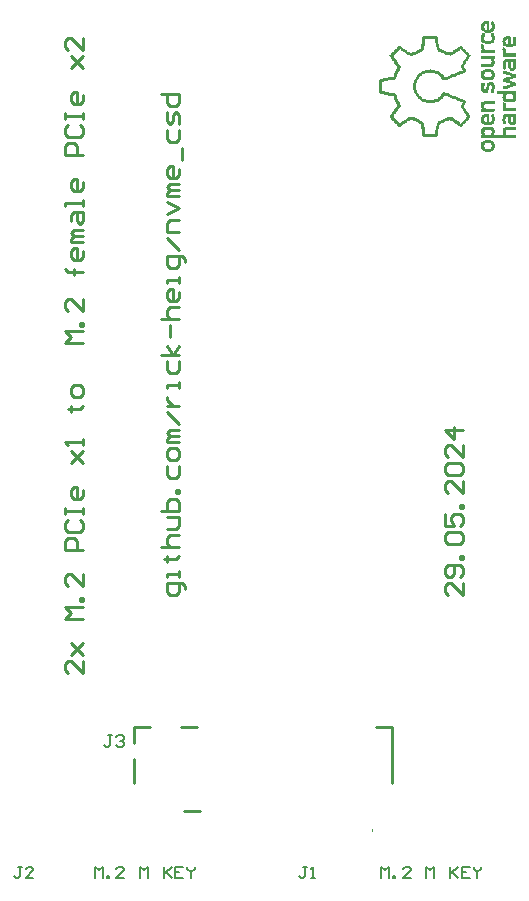
<source format=gto>
G04*
G04 #@! TF.GenerationSoftware,Altium Limited,Altium Designer,24.5.2 (23)*
G04*
G04 Layer_Color=65535*
%FSLAX44Y44*%
%MOMM*%
G71*
G04*
G04 #@! TF.SameCoordinates,91BA8B22-162D-4FD0-A550-99D68B665C59*
G04*
G04*
G04 #@! TF.FilePolarity,Positive*
G04*
G01*
G75*
%ADD10C,0.2000*%
%ADD11C,0.2540*%
G36*
X424532Y763939D02*
X425173D01*
Y763298D01*
X425813D01*
Y762016D01*
X426454D01*
Y758171D01*
X425813D01*
Y756890D01*
X425173D01*
Y756249D01*
X424532D01*
Y755608D01*
X422609D01*
Y754967D01*
X418123D01*
Y755608D01*
X416842D01*
Y756249D01*
X415560D01*
Y757530D01*
X414919D01*
Y758171D01*
X414278D01*
Y761375D01*
X414919D01*
Y762657D01*
X415560D01*
Y763298D01*
X416201D01*
Y763939D01*
X416842D01*
Y764579D01*
X421328D01*
Y757530D01*
X421968D01*
Y758171D01*
X423250D01*
Y758812D01*
X423891D01*
Y761375D01*
X423250D01*
Y763939D01*
X423891D01*
Y764579D01*
X424532D01*
Y763939D01*
D02*
G37*
G36*
X425173Y753045D02*
X425813D01*
Y752404D01*
X426454D01*
Y748559D01*
X425813D01*
Y747277D01*
X425173D01*
Y746636D01*
X424532D01*
Y745996D01*
X423250D01*
Y745355D01*
X417483D01*
Y745996D01*
X416201D01*
Y746636D01*
X415560D01*
Y747277D01*
X414919D01*
Y748559D01*
X414278D01*
Y751763D01*
X414919D01*
Y753045D01*
X415560D01*
Y754326D01*
X417483D01*
Y753686D01*
Y753045D01*
X418123D01*
Y752404D01*
X417483D01*
Y751122D01*
X416842D01*
Y749200D01*
X417483D01*
Y748559D01*
X418123D01*
Y747918D01*
X422609D01*
Y748559D01*
X423250D01*
Y749200D01*
X423891D01*
Y751122D01*
X423250D01*
Y752404D01*
X422609D01*
Y753045D01*
X423250D01*
Y754326D01*
X425173D01*
Y753045D01*
D02*
G37*
G36*
X439271Y751763D02*
X439911D01*
Y745355D01*
X441193D01*
Y745996D01*
X441834D01*
Y749200D01*
X441193D01*
Y751122D01*
X441834D01*
Y751763D01*
X443116D01*
Y751122D01*
X443756D01*
Y750481D01*
X444397D01*
Y745355D01*
X443756D01*
Y744073D01*
X443116D01*
Y743432D01*
X441834D01*
Y742791D01*
X435426D01*
Y743432D01*
X434144D01*
Y744073D01*
X433503D01*
Y745355D01*
X432862D01*
Y747277D01*
X432222D01*
Y747918D01*
X432862D01*
Y749840D01*
X433503D01*
Y750481D01*
X434144D01*
Y751122D01*
X434785D01*
Y751763D01*
X436067D01*
Y752404D01*
X439271D01*
Y751763D01*
D02*
G37*
G36*
X416201Y744714D02*
X416842D01*
Y744073D01*
X417483D01*
Y743432D01*
X416842D01*
Y741510D01*
X417483D01*
Y740869D01*
X418123D01*
Y740228D01*
X426454D01*
Y738947D01*
Y738306D01*
Y737665D01*
X414278D01*
Y740228D01*
X415560D01*
Y740869D01*
X414919D01*
Y741510D01*
X414278D01*
Y744073D01*
X414919D01*
Y745355D01*
X416201D01*
Y744714D01*
D02*
G37*
G36*
X377110Y751763D02*
X377751D01*
Y748559D01*
X378392D01*
Y745355D01*
X379033D01*
Y742151D01*
X379674D01*
Y740869D01*
X381596D01*
Y740228D01*
X382878D01*
Y739587D01*
X384800D01*
Y738947D01*
X386082D01*
Y738306D01*
X389286D01*
Y738947D01*
X390568D01*
Y739587D01*
X391209D01*
Y740228D01*
X392490D01*
Y740869D01*
X393131D01*
Y741510D01*
X394413D01*
Y742151D01*
X395054D01*
Y742791D01*
X396335D01*
Y743432D01*
X396976D01*
Y744073D01*
X397617D01*
Y743432D01*
X398258D01*
Y742791D01*
X398899D01*
Y742151D01*
X399539D01*
Y741510D01*
X400180D01*
Y740869D01*
X400821D01*
Y740228D01*
X401462D01*
Y739587D01*
X402103D01*
Y738947D01*
X402743D01*
Y738306D01*
X403384D01*
Y737665D01*
X404025D01*
Y737024D01*
X404666D01*
Y736383D01*
X405307D01*
Y735742D01*
X405948D01*
Y735101D01*
X405307D01*
Y734461D01*
X404666D01*
Y733179D01*
X404025D01*
Y732538D01*
X403384D01*
Y731256D01*
X402743D01*
Y730616D01*
X402103D01*
Y729334D01*
X401462D01*
Y728693D01*
X400821D01*
Y727411D01*
X400180D01*
Y725489D01*
X400821D01*
Y724207D01*
X401462D01*
Y722926D01*
X402103D01*
Y721644D01*
X400821D01*
Y721003D01*
X398899D01*
Y720362D01*
X397617D01*
Y719722D01*
X396335D01*
Y719081D01*
X394413D01*
Y718440D01*
X393131D01*
Y717799D01*
X391209D01*
Y717158D01*
X389927D01*
Y716517D01*
X388645D01*
Y715877D01*
X386723D01*
Y715236D01*
X385441D01*
Y714595D01*
X383519D01*
Y713954D01*
X382878D01*
Y714595D01*
X382237D01*
Y715236D01*
X381596D01*
Y715877D01*
X380955D01*
Y717158D01*
X380314D01*
Y717799D01*
X379674D01*
Y718440D01*
X379033D01*
Y719081D01*
X377751D01*
Y719722D01*
X376470D01*
Y720362D01*
X375188D01*
Y721003D01*
X367498D01*
Y720362D01*
X366216D01*
Y719722D01*
X364935D01*
Y719081D01*
X364294D01*
Y718440D01*
X363012D01*
Y717799D01*
X362371D01*
Y716517D01*
X361730D01*
Y715877D01*
X361090D01*
Y714595D01*
X360449D01*
Y712673D01*
X359808D01*
Y706264D01*
X360449D01*
Y704342D01*
X361090D01*
Y703060D01*
X361730D01*
Y702419D01*
X362371D01*
Y701778D01*
X363012D01*
Y701138D01*
X363653D01*
Y700497D01*
X364294D01*
Y699856D01*
X364935D01*
Y699215D01*
X366216D01*
Y698574D01*
X368139D01*
Y697933D01*
X374547D01*
Y698574D01*
X376470D01*
Y699215D01*
X377751D01*
Y699856D01*
X378392D01*
Y700497D01*
X379674D01*
Y701138D01*
X380314D01*
Y702419D01*
X380955D01*
Y703060D01*
X381596D01*
Y703701D01*
X382237D01*
Y704983D01*
X384160D01*
Y704342D01*
X385441D01*
Y703701D01*
X387364D01*
Y703060D01*
X388645D01*
Y702419D01*
X389927D01*
Y701778D01*
X391849D01*
Y701138D01*
X393131D01*
Y700497D01*
X395054D01*
Y699856D01*
X396335D01*
Y699215D01*
X397617D01*
Y698574D01*
X399539D01*
Y697933D01*
X400821D01*
Y697293D01*
X402103D01*
Y696011D01*
X401462D01*
Y695370D01*
X400821D01*
Y694089D01*
X400180D01*
Y691525D01*
X400821D01*
Y690244D01*
X401462D01*
Y689603D01*
X402103D01*
Y688321D01*
X402743D01*
Y687680D01*
X403384D01*
Y687039D01*
X404025D01*
Y685758D01*
X404666D01*
Y685117D01*
X405307D01*
Y683835D01*
X405948D01*
Y683194D01*
X405307D01*
Y682553D01*
X404666D01*
Y681913D01*
X404025D01*
Y681272D01*
X403384D01*
Y680631D01*
X402743D01*
Y679990D01*
X402103D01*
Y679349D01*
X401462D01*
Y678709D01*
X400821D01*
Y678068D01*
X400180D01*
Y677427D01*
X399539D01*
Y676786D01*
X398899D01*
Y676145D01*
X398258D01*
Y675504D01*
X397617D01*
Y674864D01*
X396976D01*
Y675504D01*
X396335D01*
Y676145D01*
X395054D01*
Y676786D01*
X394413D01*
Y677427D01*
X393131D01*
Y678068D01*
X392490D01*
Y678709D01*
X391849D01*
Y679349D01*
X390568D01*
Y679990D01*
X389927D01*
Y680631D01*
X388645D01*
Y681272D01*
X387364D01*
Y680631D01*
X386082D01*
Y679990D01*
X384160D01*
Y679349D01*
X382878D01*
Y678709D01*
X380955D01*
Y678068D01*
X379674D01*
Y676786D01*
X379033D01*
Y673582D01*
X378392D01*
Y670378D01*
X377751D01*
Y667174D01*
X377110D01*
Y666533D01*
X365575D01*
Y667174D01*
X364935D01*
Y670378D01*
X364294D01*
Y673582D01*
X363653D01*
Y677427D01*
X363012D01*
Y678068D01*
X362371D01*
Y678709D01*
X361090D01*
Y679349D01*
X359167D01*
Y679990D01*
X357886D01*
Y680631D01*
X356604D01*
Y681272D01*
X354041D01*
Y680631D01*
X352759D01*
Y679990D01*
X352118D01*
Y679349D01*
X351477D01*
Y678709D01*
X350196D01*
Y678068D01*
X349555D01*
Y677427D01*
X348273D01*
Y676786D01*
X347632D01*
Y676145D01*
X346351D01*
Y675504D01*
X345710D01*
Y674864D01*
X345069D01*
Y675504D01*
X344428D01*
Y676145D01*
X343787D01*
Y676786D01*
X343147D01*
Y677427D01*
X342506D01*
Y678068D01*
X341865D01*
Y678709D01*
X341224D01*
Y679349D01*
X340583D01*
Y679990D01*
X339942D01*
Y680631D01*
X339301D01*
Y681272D01*
X338661D01*
Y681913D01*
X338020D01*
Y682553D01*
X337379D01*
Y683194D01*
X336738D01*
Y683835D01*
X337379D01*
Y685117D01*
X338020D01*
Y685758D01*
X338661D01*
Y686398D01*
X339301D01*
Y687680D01*
X339942D01*
Y688321D01*
X340583D01*
Y689603D01*
X341224D01*
Y690244D01*
X341865D01*
Y691525D01*
X342506D01*
Y692166D01*
X343147D01*
Y694729D01*
X342506D01*
Y696652D01*
X341865D01*
Y697933D01*
X341224D01*
Y699215D01*
X340583D01*
Y701138D01*
X339301D01*
Y701778D01*
X336097D01*
Y702419D01*
X332252D01*
Y703060D01*
X329048D01*
Y703701D01*
X328407D01*
Y715236D01*
X329048D01*
Y715877D01*
X331612D01*
Y716517D01*
X335457D01*
Y717158D01*
X338661D01*
Y717799D01*
X340583D01*
Y719722D01*
X341224D01*
Y721003D01*
X341865D01*
Y722926D01*
X342506D01*
Y724207D01*
X343147D01*
Y726771D01*
X342506D01*
Y727411D01*
X341865D01*
Y728693D01*
X341224D01*
Y729334D01*
X340583D01*
Y730616D01*
X339942D01*
Y731256D01*
X339301D01*
Y732538D01*
X338661D01*
Y733179D01*
X338020D01*
Y734461D01*
X337379D01*
Y735101D01*
X336738D01*
Y735742D01*
X337379D01*
Y736383D01*
X338020D01*
Y737024D01*
X338661D01*
Y737665D01*
X339301D01*
Y738306D01*
X339942D01*
Y738947D01*
X340583D01*
Y739587D01*
X341224D01*
Y740228D01*
X341865D01*
Y740869D01*
X342506D01*
Y741510D01*
X343147D01*
Y742151D01*
X343787D01*
Y742791D01*
X344428D01*
Y743432D01*
X345069D01*
Y744073D01*
X345710D01*
Y743432D01*
X346992D01*
Y742791D01*
X347632D01*
Y742151D01*
X348273D01*
Y741510D01*
X349555D01*
Y740869D01*
X350196D01*
Y740228D01*
X351477D01*
Y739587D01*
X352118D01*
Y738947D01*
X353400D01*
Y738306D01*
X354041D01*
Y737665D01*
X355963D01*
Y738306D01*
X357245D01*
Y738947D01*
X359167D01*
Y739587D01*
X360449D01*
Y740228D01*
X362371D01*
Y740869D01*
X363012D01*
Y741510D01*
X363653D01*
Y745355D01*
X364294D01*
Y748559D01*
X364935D01*
Y751763D01*
X365575D01*
Y752404D01*
X377110D01*
Y751763D01*
D02*
G37*
G36*
X434144Y742151D02*
X434785D01*
Y741510D01*
X435426D01*
Y739587D01*
Y738947D01*
Y737665D01*
X444397D01*
Y734461D01*
X432862D01*
Y737665D01*
X433503D01*
Y738306D01*
X432862D01*
Y740228D01*
X432222D01*
Y740869D01*
X432862D01*
Y742151D01*
X433503D01*
Y742791D01*
X434144D01*
Y742151D01*
D02*
G37*
G36*
X426454Y732538D02*
X425813D01*
Y731256D01*
X426454D01*
Y728693D01*
X425813D01*
Y727411D01*
X425173D01*
Y726771D01*
X424532D01*
Y726130D01*
X414278D01*
Y728693D01*
X423250D01*
Y729975D01*
X423891D01*
Y731256D01*
X423250D01*
Y732538D01*
X414278D01*
Y735101D01*
X426454D01*
Y732538D01*
D02*
G37*
G36*
X444397Y729975D02*
X443756D01*
Y729334D01*
X444397D01*
Y724848D01*
X443756D01*
Y724207D01*
X443116D01*
Y723567D01*
X442475D01*
Y722926D01*
X439271D01*
Y723567D01*
X438630D01*
Y724207D01*
X437989D01*
Y725489D01*
X437348D01*
Y729975D01*
X435426D01*
Y728052D01*
X434785D01*
Y727411D01*
X435426D01*
Y724207D01*
X434785D01*
Y723567D01*
X434144D01*
Y724207D01*
X433503D01*
Y724848D01*
X432862D01*
Y727411D01*
X432222D01*
Y728052D01*
X432862D01*
Y730616D01*
X433503D01*
Y731256D01*
X434144D01*
Y731897D01*
X434785D01*
Y732538D01*
X444397D01*
Y729975D01*
D02*
G37*
G36*
X423250Y723567D02*
X424532D01*
Y722926D01*
X425173D01*
Y722285D01*
X425813D01*
Y721003D01*
X426454D01*
Y717799D01*
X425813D01*
Y716517D01*
X425173D01*
Y715877D01*
X424532D01*
Y715236D01*
X423891D01*
Y714595D01*
X416842D01*
Y715236D01*
X416201D01*
Y715877D01*
X415560D01*
Y716517D01*
X414919D01*
Y717799D01*
X414278D01*
Y721003D01*
X414919D01*
Y722285D01*
X415560D01*
Y722926D01*
X416201D01*
Y723567D01*
X417483D01*
Y724207D01*
X423250D01*
Y723567D01*
D02*
G37*
G36*
X434144Y722285D02*
X436707D01*
Y721644D01*
X438630D01*
Y721003D01*
X440552D01*
Y720362D01*
X442475D01*
Y719722D01*
X444397D01*
Y717158D01*
X443756D01*
Y716517D01*
X441193D01*
Y715877D01*
X439271D01*
Y715236D01*
X437348D01*
Y714595D01*
X438630D01*
Y713954D01*
X440552D01*
Y713313D01*
X443116D01*
Y712673D01*
X444397D01*
Y710109D01*
X443116D01*
Y709468D01*
X441193D01*
Y708828D01*
X439271D01*
Y708187D01*
X437348D01*
Y707546D01*
X435426D01*
Y706905D01*
X432862D01*
Y709468D01*
X434785D01*
Y710109D01*
X436707D01*
Y710750D01*
X439271D01*
Y712032D01*
X437348D01*
Y712673D01*
X435426D01*
Y713313D01*
X433503D01*
Y713954D01*
X432862D01*
Y715877D01*
X434144D01*
Y716517D01*
X436067D01*
Y717158D01*
X437989D01*
Y717799D01*
X439911D01*
Y718440D01*
X438630D01*
Y719081D01*
X436067D01*
Y719722D01*
X433503D01*
Y720362D01*
X432862D01*
Y722926D01*
X434144D01*
Y722285D01*
D02*
G37*
G36*
X424532Y712673D02*
X425173D01*
Y712032D01*
X425813D01*
Y710750D01*
X426454D01*
Y706905D01*
X425813D01*
Y704983D01*
X425173D01*
Y704342D01*
X424532D01*
Y703701D01*
X423250D01*
Y704342D01*
X422609D01*
Y705623D01*
X423250D01*
Y706905D01*
X423891D01*
Y710109D01*
X423250D01*
Y710750D01*
X421968D01*
Y709468D01*
X421328D01*
Y706905D01*
Y706264D01*
X420687D01*
Y704983D01*
X420046D01*
Y704342D01*
X416201D01*
Y704983D01*
X415560D01*
Y705623D01*
X414919D01*
Y706905D01*
X414278D01*
Y710109D01*
X414919D01*
Y712032D01*
X415560D01*
Y712673D01*
X416842D01*
Y712032D01*
X417483D01*
Y710109D01*
X416842D01*
Y706905D01*
X418764D01*
Y708828D01*
X419405D01*
Y712032D01*
X420046D01*
Y712673D01*
X421328D01*
Y713313D01*
X424532D01*
Y712673D01*
D02*
G37*
G36*
X444397Y703060D02*
X443756D01*
Y701778D01*
X444397D01*
Y697933D01*
X443756D01*
Y697293D01*
X443116D01*
Y696652D01*
X441834D01*
Y696011D01*
X435426D01*
Y696652D01*
X434144D01*
Y697293D01*
X433503D01*
Y697933D01*
X432862D01*
Y699856D01*
X432222D01*
Y700497D01*
X432862D01*
Y702419D01*
X433503D01*
Y703060D01*
X427736D01*
Y705623D01*
X444397D01*
Y703060D01*
D02*
G37*
G36*
X434144Y695370D02*
X435426D01*
Y691525D01*
X436067D01*
Y690884D01*
X444397D01*
Y688321D01*
X432862D01*
Y690884D01*
X433503D01*
Y691525D01*
X432862D01*
Y693448D01*
X432222D01*
Y694089D01*
X432862D01*
Y696011D01*
X434144D01*
Y695370D01*
D02*
G37*
G36*
X426454Y694729D02*
X418123D01*
Y694089D01*
X417483D01*
Y693448D01*
X416842D01*
Y691525D01*
X417483D01*
Y690884D01*
X418764D01*
Y690244D01*
X426454D01*
Y688321D01*
X425813D01*
Y687680D01*
X414919D01*
Y688321D01*
X414278D01*
Y690244D01*
X415560D01*
Y690884D01*
X414919D01*
Y692166D01*
X414278D01*
Y694729D01*
X414919D01*
Y696011D01*
X415560D01*
Y696652D01*
X416842D01*
Y697293D01*
X426454D01*
Y694729D01*
D02*
G37*
G36*
X444397Y678709D02*
X443756D01*
Y677427D01*
X443116D01*
Y676786D01*
X439271D01*
Y677427D01*
X437989D01*
Y678709D01*
X437348D01*
Y683194D01*
X435426D01*
Y681913D01*
X434785D01*
Y680631D01*
X435426D01*
Y679349D01*
X436067D01*
Y678709D01*
X435426D01*
Y678068D01*
X434785D01*
Y677427D01*
X433503D01*
Y678068D01*
X432862D01*
Y680631D01*
X432222D01*
Y681913D01*
X432862D01*
Y684476D01*
X433503D01*
Y685117D01*
X434144D01*
Y685758D01*
X436707D01*
Y686398D01*
X444397D01*
Y678709D01*
D02*
G37*
G36*
X421328Y679349D02*
X423250D01*
Y679990D01*
X423891D01*
Y683194D01*
X423250D01*
Y685117D01*
X423891D01*
Y685758D01*
X425173D01*
Y684476D01*
X425813D01*
Y683194D01*
X426454D01*
Y679990D01*
X425813D01*
Y678709D01*
X425173D01*
Y678068D01*
X424532D01*
Y677427D01*
X423891D01*
Y676786D01*
X416842D01*
Y677427D01*
X416201D01*
Y678068D01*
X415560D01*
Y678709D01*
X414919D01*
Y679990D01*
X414278D01*
Y682553D01*
X414919D01*
Y683835D01*
X415560D01*
Y685117D01*
X416842D01*
Y685758D01*
X418764D01*
Y686398D01*
X421328D01*
Y679349D01*
D02*
G37*
G36*
X444397Y672300D02*
X435426D01*
Y669096D01*
X436067D01*
Y668455D01*
X444397D01*
Y665892D01*
X414278D01*
Y667814D01*
X414919D01*
Y668455D01*
X415560D01*
Y669096D01*
X414919D01*
Y670378D01*
X414278D01*
Y672300D01*
X414919D01*
Y673582D01*
X415560D01*
Y674223D01*
X416201D01*
Y674864D01*
X424532D01*
Y674223D01*
X425173D01*
Y673582D01*
X425813D01*
Y672300D01*
X426454D01*
Y669737D01*
X425813D01*
Y668455D01*
X433503D01*
Y669096D01*
X432862D01*
Y672941D01*
X433503D01*
Y674223D01*
X434785D01*
Y674864D01*
X444397D01*
Y672300D01*
D02*
G37*
G36*
X423250Y663329D02*
X424532D01*
Y662688D01*
X425173D01*
Y662047D01*
X425813D01*
Y660765D01*
X426454D01*
Y657561D01*
X425813D01*
Y656280D01*
X425173D01*
Y655639D01*
X424532D01*
Y654998D01*
X423250D01*
Y654357D01*
X417483D01*
Y654998D01*
X416201D01*
Y655639D01*
X415560D01*
Y656280D01*
X414919D01*
Y657561D01*
X414278D01*
Y660765D01*
X414919D01*
Y662047D01*
X415560D01*
Y662688D01*
X416201D01*
Y663329D01*
X417483D01*
Y663969D01*
X423250D01*
Y663329D01*
D02*
G37*
%LPC*%
G36*
X419405Y762016D02*
X418123D01*
Y761375D01*
X417483D01*
Y760735D01*
X416842D01*
Y758812D01*
X417483D01*
Y758171D01*
X418123D01*
Y757530D01*
X419405D01*
Y762016D01*
D02*
G37*
G36*
X437348Y749840D02*
X436707D01*
Y749200D01*
X435426D01*
Y747918D01*
X434785D01*
Y747277D01*
X435426D01*
Y745996D01*
X436067D01*
Y745355D01*
X437348D01*
Y749840D01*
D02*
G37*
G36*
X375829D02*
X367498D01*
Y746636D01*
X366857D01*
Y743432D01*
X366216D01*
Y740228D01*
X365575D01*
Y739587D01*
X364935D01*
Y738947D01*
X364294D01*
Y738306D01*
X363012D01*
Y737665D01*
X361090D01*
Y737024D01*
X359808D01*
Y736383D01*
X358526D01*
Y735742D01*
X356604D01*
Y735101D01*
X354041D01*
Y735742D01*
X352759D01*
Y736383D01*
X352118D01*
Y737024D01*
X350836D01*
Y737665D01*
X350196D01*
Y738306D01*
X348914D01*
Y738947D01*
X348273D01*
Y739587D01*
X346992D01*
Y740228D01*
X346351D01*
Y740869D01*
X345710D01*
Y740228D01*
X345069D01*
Y739587D01*
X344428D01*
Y738947D01*
X343787D01*
Y738306D01*
X343147D01*
Y737665D01*
X342506D01*
Y737024D01*
X341865D01*
Y736383D01*
X341224D01*
Y735742D01*
X340583D01*
Y734461D01*
X341224D01*
Y733820D01*
X341865D01*
Y732538D01*
X342506D01*
Y731897D01*
X343147D01*
Y730616D01*
X343787D01*
Y729975D01*
X344428D01*
Y728693D01*
X345069D01*
Y728052D01*
X345710D01*
Y726771D01*
X346351D01*
Y724848D01*
X345710D01*
Y722926D01*
X345069D01*
Y721644D01*
X344428D01*
Y719722D01*
X343787D01*
Y718440D01*
X343147D01*
Y717158D01*
X342506D01*
Y715877D01*
X341865D01*
Y715236D01*
X339301D01*
Y714595D01*
X336097D01*
Y713954D01*
X332252D01*
Y713313D01*
X330971D01*
Y705623D01*
X332893D01*
Y704983D01*
X336738D01*
Y704342D01*
X339942D01*
Y703701D01*
X341865D01*
Y703060D01*
X342506D01*
Y702419D01*
X343147D01*
Y700497D01*
X343787D01*
Y699215D01*
X344428D01*
Y697293D01*
X345069D01*
Y696011D01*
X345710D01*
Y694089D01*
X346351D01*
Y692166D01*
X345710D01*
Y690884D01*
X345069D01*
Y690244D01*
X344428D01*
Y688962D01*
X343787D01*
Y688321D01*
X343147D01*
Y687680D01*
X342506D01*
Y686398D01*
X341865D01*
Y685758D01*
X341224D01*
Y684476D01*
X340583D01*
Y683194D01*
X341224D01*
Y682553D01*
X341865D01*
Y681913D01*
X342506D01*
Y681272D01*
X343147D01*
Y680631D01*
X343787D01*
Y679990D01*
X344428D01*
Y679349D01*
X345069D01*
Y678709D01*
X346992D01*
Y679349D01*
X347632D01*
Y679990D01*
X348914D01*
Y680631D01*
X349555D01*
Y681272D01*
X350836D01*
Y681913D01*
X351477D01*
Y682553D01*
X352759D01*
Y683194D01*
X353400D01*
Y683835D01*
X357245D01*
Y683194D01*
X358526D01*
Y682553D01*
X360449D01*
Y681913D01*
X361730D01*
Y681272D01*
X363012D01*
Y680631D01*
X364294D01*
Y679990D01*
X364935D01*
Y679349D01*
X365575D01*
Y678709D01*
X366216D01*
Y675504D01*
X366857D01*
Y672300D01*
X367498D01*
Y669096D01*
X375829D01*
Y672941D01*
X376470D01*
Y676145D01*
X377110D01*
Y678709D01*
X377751D01*
Y679349D01*
X378392D01*
Y679990D01*
X379033D01*
Y680631D01*
X380955D01*
Y681272D01*
X382237D01*
Y681913D01*
X384160D01*
Y682553D01*
X385441D01*
Y683194D01*
X387364D01*
Y683835D01*
X389286D01*
Y683194D01*
X390568D01*
Y682553D01*
X391849D01*
Y681913D01*
X392490D01*
Y681272D01*
X393772D01*
Y680631D01*
X394413D01*
Y679990D01*
X395694D01*
Y679349D01*
X396335D01*
Y678709D01*
X396976D01*
Y678068D01*
X397617D01*
Y678709D01*
X398258D01*
Y679349D01*
X398899D01*
Y679990D01*
X399539D01*
Y680631D01*
X400180D01*
Y681272D01*
X400821D01*
Y681913D01*
X401462D01*
Y682553D01*
X402103D01*
Y683194D01*
X402743D01*
Y684476D01*
X402103D01*
Y685758D01*
X401462D01*
Y686398D01*
X400821D01*
Y687039D01*
X400180D01*
Y688321D01*
X399539D01*
Y688962D01*
X398899D01*
Y690244D01*
X398258D01*
Y690884D01*
X397617D01*
Y694089D01*
X398258D01*
Y695370D01*
X398899D01*
Y696011D01*
X397617D01*
Y696652D01*
X396335D01*
Y697293D01*
X394413D01*
Y697933D01*
X393131D01*
Y698574D01*
X391209D01*
Y699215D01*
X389927D01*
Y699856D01*
X388004D01*
Y700497D01*
X386723D01*
Y701138D01*
X385441D01*
Y701778D01*
X383519D01*
Y701138D01*
X382878D01*
Y700497D01*
X382237D01*
Y699215D01*
X381596D01*
Y698574D01*
X380314D01*
Y697933D01*
X379674D01*
Y697293D01*
X379033D01*
Y696652D01*
X377110D01*
Y696011D01*
X375829D01*
Y695370D01*
X368139D01*
Y696011D01*
X366216D01*
Y696652D01*
X364935D01*
Y697293D01*
X363653D01*
Y697933D01*
X363012D01*
Y698574D01*
X362371D01*
Y699215D01*
X361090D01*
Y700497D01*
X360449D01*
Y701138D01*
X359808D01*
Y701778D01*
X359167D01*
Y703060D01*
X358526D01*
Y704342D01*
X357886D01*
Y706264D01*
X357245D01*
Y712673D01*
X357886D01*
Y714595D01*
X358526D01*
Y715877D01*
X359167D01*
Y717158D01*
X359808D01*
Y717799D01*
X360449D01*
Y719081D01*
X361090D01*
Y719722D01*
X361730D01*
Y720362D01*
X362371D01*
Y721003D01*
X363653D01*
Y721644D01*
X364294D01*
Y722285D01*
X365575D01*
Y722926D01*
X367498D01*
Y723567D01*
X371343D01*
Y724207D01*
X371984D01*
Y723567D01*
X375829D01*
Y722926D01*
X377751D01*
Y722285D01*
X379033D01*
Y721644D01*
X379674D01*
Y721003D01*
X380955D01*
Y720362D01*
X381596D01*
Y719722D01*
X382237D01*
Y719081D01*
X382878D01*
Y717799D01*
X383519D01*
Y717158D01*
X384800D01*
Y717799D01*
X386723D01*
Y718440D01*
X388004D01*
Y719081D01*
X389286D01*
Y719722D01*
X391209D01*
Y720362D01*
X392490D01*
Y721003D01*
X394413D01*
Y721644D01*
X395694D01*
Y722285D01*
X397617D01*
Y722926D01*
X398899D01*
Y723567D01*
X398258D01*
Y724848D01*
X397617D01*
Y728052D01*
X398258D01*
Y728693D01*
X398899D01*
Y729975D01*
X399539D01*
Y730616D01*
X400180D01*
Y731897D01*
X400821D01*
Y732538D01*
X401462D01*
Y733820D01*
X402103D01*
Y734461D01*
X402743D01*
Y735742D01*
X402103D01*
Y736383D01*
X401462D01*
Y737024D01*
X400821D01*
Y737665D01*
X400180D01*
Y738306D01*
X399539D01*
Y738947D01*
X398899D01*
Y739587D01*
X398258D01*
Y740228D01*
X397617D01*
Y740869D01*
X396976D01*
Y740228D01*
X396335D01*
Y739587D01*
X395054D01*
Y738947D01*
X394413D01*
Y738306D01*
X393131D01*
Y737665D01*
X392490D01*
Y737024D01*
X391209D01*
Y736383D01*
X390568D01*
Y735742D01*
X389286D01*
Y735101D01*
X388004D01*
Y735742D01*
X386082D01*
Y736383D01*
X384160D01*
Y737024D01*
X382878D01*
Y737665D01*
X380955D01*
Y738306D01*
X379674D01*
Y738947D01*
X378392D01*
Y739587D01*
X377751D01*
Y740228D01*
X377110D01*
Y742791D01*
X376470D01*
Y745996D01*
X375829D01*
Y749840D01*
D02*
G37*
G36*
X441193Y729975D02*
X439911D01*
Y725489D01*
X441834D01*
Y729334D01*
X441193D01*
Y729975D01*
D02*
G37*
G36*
X422609Y721644D02*
X418123D01*
Y721003D01*
X417483D01*
Y720362D01*
X416842D01*
Y718440D01*
X417483D01*
Y717799D01*
X418123D01*
Y717158D01*
X422609D01*
Y717799D01*
X423250D01*
Y718440D01*
X423891D01*
Y720362D01*
X423250D01*
Y721003D01*
X422609D01*
Y721644D01*
D02*
G37*
G36*
X440552Y703060D02*
X436707D01*
Y702419D01*
X435426D01*
Y699215D01*
X436707D01*
Y698574D01*
X440552D01*
Y699215D01*
X441834D01*
Y702419D01*
X440552D01*
Y703060D01*
D02*
G37*
G36*
X441834Y683194D02*
X439911D01*
Y679349D01*
X441834D01*
Y683194D01*
D02*
G37*
G36*
X419405D02*
X417483D01*
Y682553D01*
X416842D01*
Y679990D01*
X417483D01*
Y679349D01*
X419405D01*
Y683194D01*
D02*
G37*
G36*
X423250Y672300D02*
X417483D01*
Y671019D01*
X416842D01*
Y669737D01*
X417483D01*
Y669096D01*
X418123D01*
Y668455D01*
X423250D01*
Y669737D01*
X423891D01*
Y671659D01*
X423250D01*
Y672300D01*
D02*
G37*
G36*
X422609Y661406D02*
X418123D01*
Y660765D01*
X417483D01*
Y660125D01*
X416842D01*
Y658202D01*
X417483D01*
Y657561D01*
X418123D01*
Y656920D01*
X422609D01*
Y657561D01*
X423250D01*
Y658202D01*
X423891D01*
Y660125D01*
X423250D01*
Y660765D01*
X422609D01*
Y661406D01*
D02*
G37*
%LPD*%
D10*
X322500Y78912D02*
G03*
X322500Y79912I0J500D01*
G01*
D02*
G03*
X322500Y78912I0J-500D01*
G01*
X329864Y39002D02*
Y48998D01*
X333197Y45666D01*
X336529Y48998D01*
Y39002D01*
X339861D02*
Y40668D01*
X341527D01*
Y39002D01*
X339861D01*
X354856D02*
X348192D01*
X354856Y45666D01*
Y47332D01*
X353190Y48998D01*
X349858D01*
X348192Y47332D01*
X368185Y39002D02*
Y48998D01*
X371518Y45666D01*
X374850Y48998D01*
Y39002D01*
X388179Y48998D02*
Y39002D01*
Y42334D01*
X394843Y48998D01*
X389845Y44000D01*
X394843Y39002D01*
X404840Y48998D02*
X398176D01*
Y39002D01*
X404840D01*
X398176Y44000D02*
X401508D01*
X408172Y48998D02*
Y47332D01*
X411505Y44000D01*
X414837Y47332D01*
Y48998D01*
X411505Y44000D02*
Y39002D01*
X87500Y39000D02*
Y48997D01*
X90832Y45665D01*
X94164Y48997D01*
Y39000D01*
X97497D02*
Y40666D01*
X99163D01*
Y39000D01*
X97497D01*
X112492D02*
X105827D01*
X112492Y45665D01*
Y47331D01*
X110826Y48997D01*
X107494D01*
X105827Y47331D01*
X125821Y39000D02*
Y48997D01*
X129153Y45665D01*
X132486Y48997D01*
Y39000D01*
X145815Y48997D02*
Y39000D01*
Y42332D01*
X152479Y48997D01*
X147481Y43998D01*
X152479Y39000D01*
X162476Y48997D02*
X155811D01*
Y39000D01*
X162476D01*
X155811Y43998D02*
X159144D01*
X165808Y48997D02*
Y47331D01*
X169140Y43998D01*
X172473Y47331D01*
Y48997D01*
X169140Y43998D02*
Y39000D01*
X267000Y48998D02*
X263668D01*
X265334D01*
Y40668D01*
X263668Y39002D01*
X262002D01*
X260336Y40668D01*
X270332Y39002D02*
X273664D01*
X271998D01*
Y48998D01*
X270332Y47332D01*
X102084Y160498D02*
X98752D01*
X100418D01*
Y152168D01*
X98752Y150502D01*
X97086D01*
X95419Y152168D01*
X105416Y158832D02*
X107082Y160498D01*
X110414D01*
X112081Y158832D01*
Y157166D01*
X110414Y155500D01*
X108748D01*
X110414D01*
X112081Y153834D01*
Y152168D01*
X110414Y150502D01*
X107082D01*
X105416Y152168D01*
X25584Y48998D02*
X22252D01*
X23918D01*
Y40668D01*
X22252Y39002D01*
X20585D01*
X18919Y40668D01*
X35581Y39002D02*
X28916D01*
X35581Y45666D01*
Y47332D01*
X33914Y48998D01*
X30582D01*
X28916Y47332D01*
D11*
X120780Y119562D02*
Y139882D01*
Y167061D02*
X133988D01*
X120780Y153344D02*
Y167061D01*
X339220Y119562D02*
Y167061D01*
X326012D02*
X339220D01*
X160912Y167060D02*
X174120D01*
X163452Y95940D02*
X176660D01*
X163960Y284368D02*
Y286908D01*
X161421Y289447D01*
X148725D01*
Y281829D01*
X151264Y279290D01*
X156342D01*
X158882Y281829D01*
Y289447D01*
Y294525D02*
Y299603D01*
Y297064D01*
X148725D01*
Y294525D01*
X146186Y309760D02*
X148725D01*
Y307221D01*
Y312299D01*
Y309760D01*
X156342D01*
X158882Y312299D01*
X143647Y319917D02*
X158882D01*
X151264D01*
X148725Y322456D01*
Y327534D01*
X151264Y330074D01*
X158882D01*
X148725Y335152D02*
X156342D01*
X158882Y337691D01*
Y345309D01*
X148725D01*
X143647Y350387D02*
X158882D01*
Y358004D01*
X156342Y360544D01*
X153803D01*
X151264D01*
X148725Y358004D01*
Y350387D01*
X158882Y365622D02*
X156342D01*
Y368161D01*
X158882D01*
Y365622D01*
X148725Y388475D02*
Y380857D01*
X151264Y378318D01*
X156342D01*
X158882Y380857D01*
Y388475D01*
Y396092D02*
Y401171D01*
X156342Y403710D01*
X151264D01*
X148725Y401171D01*
Y396092D01*
X151264Y393553D01*
X156342D01*
X158882Y396092D01*
Y408788D02*
X148725D01*
Y411327D01*
X151264Y413866D01*
X158882D01*
X151264D01*
X148725Y416406D01*
X151264Y418945D01*
X158882D01*
Y424023D02*
X148725Y434180D01*
Y439258D02*
X158882D01*
X153803D01*
X151264Y441797D01*
X148725Y444337D01*
Y446876D01*
X158882Y454493D02*
Y459572D01*
Y457033D01*
X148725D01*
Y454493D01*
Y477346D02*
Y469728D01*
X151264Y467189D01*
X156342D01*
X158882Y469728D01*
Y477346D01*
Y482424D02*
X143647D01*
X153803D02*
X148725Y490042D01*
X153803Y482424D02*
X158882Y490042D01*
X151264Y497659D02*
Y507816D01*
X143647Y512894D02*
X158882D01*
X151264D01*
X148725Y515434D01*
Y520512D01*
X151264Y523051D01*
X158882D01*
Y535747D02*
Y530669D01*
X156342Y528130D01*
X151264D01*
X148725Y530669D01*
Y535747D01*
X151264Y538286D01*
X153803D01*
Y528130D01*
X158882Y543364D02*
Y548443D01*
Y545904D01*
X148725D01*
Y543364D01*
X163960Y561139D02*
Y563678D01*
X161421Y566217D01*
X148725D01*
Y558600D01*
X151264Y556060D01*
X156342D01*
X158882Y558600D01*
Y566217D01*
Y571296D02*
X148725Y581452D01*
X158882Y586531D02*
X148725D01*
Y594148D01*
X151264Y596687D01*
X158882D01*
X148725Y601766D02*
X158882Y606844D01*
X148725Y611922D01*
X158882Y617001D02*
X148725D01*
Y619540D01*
X151264Y622079D01*
X158882D01*
X151264D01*
X148725Y624618D01*
X151264Y627157D01*
X158882D01*
Y639853D02*
Y634775D01*
X156342Y632236D01*
X151264D01*
X148725Y634775D01*
Y639853D01*
X151264Y642393D01*
X153803D01*
Y632236D01*
X161421Y647471D02*
Y657628D01*
X148725Y672863D02*
Y665245D01*
X151264Y662706D01*
X156342D01*
X158882Y665245D01*
Y672863D01*
Y677941D02*
Y685558D01*
X156342Y688098D01*
X153803Y685558D01*
Y680480D01*
X151264Y677941D01*
X148725Y680480D01*
Y688098D01*
X143647Y703333D02*
X158882D01*
Y695715D01*
X156342Y693176D01*
X151264D01*
X148725Y695715D01*
Y703333D01*
X77460Y222697D02*
Y212540D01*
X67303Y222697D01*
X64764D01*
X62225Y220158D01*
Y215079D01*
X64764Y212540D01*
X67303Y227775D02*
X77460Y237932D01*
X72382Y232853D01*
X67303Y237932D01*
X77460Y227775D01*
Y258245D02*
X62225D01*
X67303Y263324D01*
X62225Y268402D01*
X77460D01*
Y273480D02*
X74921D01*
Y276019D01*
X77460D01*
Y273480D01*
Y296333D02*
Y286176D01*
X67303Y296333D01*
X64764D01*
X62225Y293794D01*
Y288715D01*
X64764Y286176D01*
X77460Y316646D02*
X62225D01*
Y324264D01*
X64764Y326803D01*
X69842D01*
X72382Y324264D01*
Y316646D01*
X64764Y342038D02*
X62225Y339499D01*
Y334421D01*
X64764Y331881D01*
X74921D01*
X77460Y334421D01*
Y339499D01*
X74921Y342038D01*
X62225Y347117D02*
Y352195D01*
Y349656D01*
X77460D01*
Y347117D01*
Y352195D01*
Y367430D02*
Y362351D01*
X74921Y359812D01*
X69842D01*
X67303Y362351D01*
Y367430D01*
X69842Y369969D01*
X72382D01*
Y359812D01*
X67303Y390283D02*
X77460Y400439D01*
X72382Y395361D01*
X67303Y400439D01*
X77460Y390283D01*
Y405518D02*
Y410596D01*
Y408057D01*
X62225D01*
X64764Y405518D01*
Y435988D02*
X67303D01*
Y433448D01*
Y438527D01*
Y435988D01*
X74921D01*
X77460Y438527D01*
Y448684D02*
Y453762D01*
X74921Y456301D01*
X69842D01*
X67303Y453762D01*
Y448684D01*
X69842Y446144D01*
X74921D01*
X77460Y448684D01*
Y491850D02*
X62225D01*
X67303Y496928D01*
X62225Y502006D01*
X77460D01*
Y507085D02*
X74921D01*
Y509624D01*
X77460D01*
Y507085D01*
Y529937D02*
Y519781D01*
X67303Y529937D01*
X64764D01*
X62225Y527398D01*
Y522320D01*
X64764Y519781D01*
X77460Y552790D02*
X64764D01*
X69842D01*
Y550251D01*
Y555329D01*
Y552790D01*
X64764D01*
X62225Y555329D01*
X77460Y570564D02*
Y565486D01*
X74921Y562947D01*
X69842D01*
X67303Y565486D01*
Y570564D01*
X69842Y573103D01*
X72382D01*
Y562947D01*
X77460Y578182D02*
X67303D01*
Y580721D01*
X69842Y583260D01*
X77460D01*
X69842D01*
X67303Y585799D01*
X69842Y588338D01*
X77460D01*
X67303Y595956D02*
Y601034D01*
X69842Y603573D01*
X77460D01*
Y595956D01*
X74921Y593417D01*
X72382Y595956D01*
Y603573D01*
X77460Y608652D02*
Y613730D01*
Y611191D01*
X62225D01*
Y608652D01*
X77460Y628965D02*
Y623887D01*
X74921Y621348D01*
X69842D01*
X67303Y623887D01*
Y628965D01*
X69842Y631504D01*
X72382D01*
Y621348D01*
X77460Y651818D02*
X62225D01*
Y659435D01*
X64764Y661975D01*
X69842D01*
X72382Y659435D01*
Y651818D01*
X64764Y677210D02*
X62225Y674670D01*
Y669592D01*
X64764Y667053D01*
X74921D01*
X77460Y669592D01*
Y674670D01*
X74921Y677210D01*
X62225Y682288D02*
Y687366D01*
Y684827D01*
X77460D01*
Y682288D01*
Y687366D01*
Y702601D02*
Y697523D01*
X74921Y694984D01*
X69842D01*
X67303Y697523D01*
Y702601D01*
X69842Y705141D01*
X72382D01*
Y694984D01*
X67303Y725454D02*
X77460Y735611D01*
X72382Y730532D01*
X67303Y735611D01*
X77460Y725454D01*
Y750846D02*
Y740689D01*
X67303Y750846D01*
X64764D01*
X62225Y748307D01*
Y743228D01*
X64764Y740689D01*
X399210Y289447D02*
Y279290D01*
X389053Y289447D01*
X386514D01*
X383975Y286908D01*
Y281829D01*
X386514Y279290D01*
X396671Y294525D02*
X399210Y297064D01*
Y302143D01*
X396671Y304682D01*
X386514D01*
X383975Y302143D01*
Y297064D01*
X386514Y294525D01*
X389053D01*
X391592Y297064D01*
Y304682D01*
X399210Y309760D02*
X396671D01*
Y312299D01*
X399210D01*
Y309760D01*
X386514Y322456D02*
X383975Y324995D01*
Y330074D01*
X386514Y332613D01*
X396671D01*
X399210Y330074D01*
Y324995D01*
X396671Y322456D01*
X386514D01*
X383975Y347848D02*
Y337691D01*
X391592D01*
X389053Y342769D01*
Y345309D01*
X391592Y347848D01*
X396671D01*
X399210Y345309D01*
Y340230D01*
X396671Y337691D01*
X399210Y352926D02*
X396671D01*
Y355465D01*
X399210D01*
Y352926D01*
Y375779D02*
Y365622D01*
X389053Y375779D01*
X386514D01*
X383975Y373240D01*
Y368161D01*
X386514Y365622D01*
Y380857D02*
X383975Y383396D01*
Y388475D01*
X386514Y391014D01*
X396671D01*
X399210Y388475D01*
Y383396D01*
X396671Y380857D01*
X386514D01*
X399210Y406249D02*
Y396092D01*
X389053Y406249D01*
X386514D01*
X383975Y403710D01*
Y398631D01*
X386514Y396092D01*
X399210Y418945D02*
X383975D01*
X391592Y411327D01*
Y421484D01*
M02*

</source>
